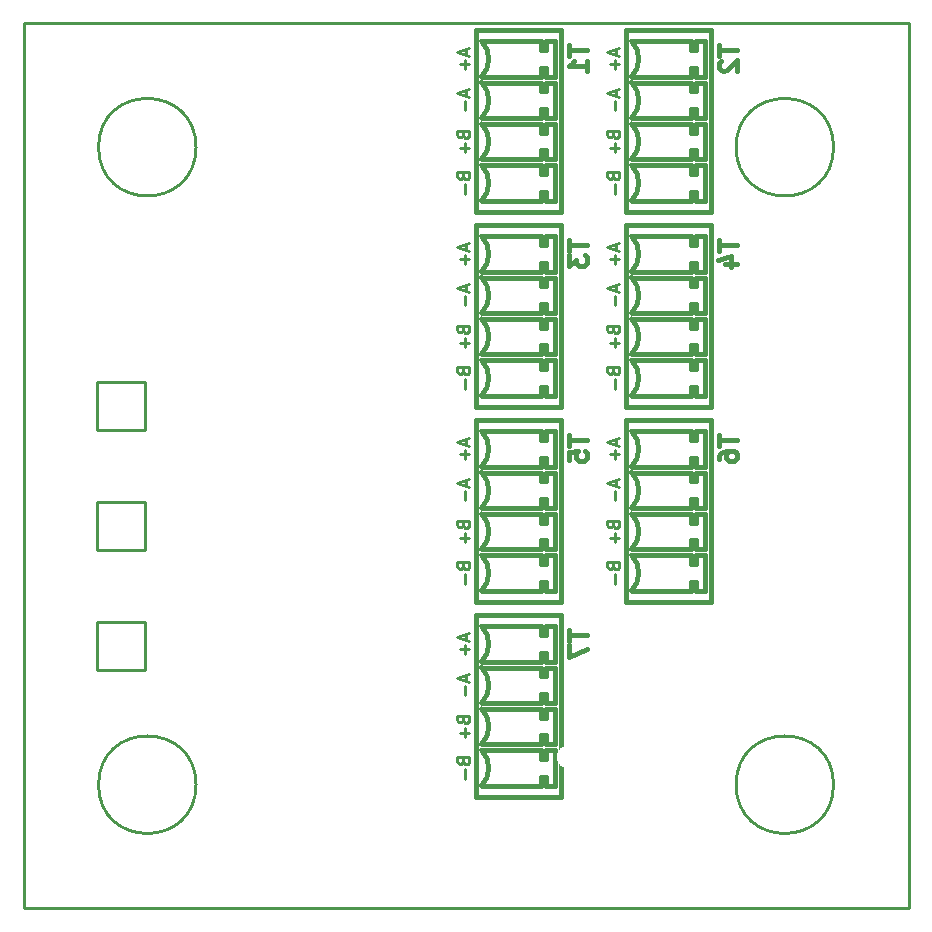
<source format=gbo>
G04 #@! TF.GenerationSoftware,KiCad,Pcbnew,6.0.0-rc1-unknown-60a55d7~66~ubuntu18.04.1*
G04 #@! TF.CreationDate,2018-08-22T13:35:30-04:00*
G04 #@! TF.ProjectId,ethoscope_stepper_controller_3x3,6574686F73636F70655F737465707065,1.0*
G04 #@! TF.SameCoordinates,Original*
G04 #@! TF.FileFunction,Legend,Bot*
G04 #@! TF.FilePolarity,Positive*
%FSLAX46Y46*%
G04 Gerber Fmt 4.6, Leading zero omitted, Abs format (unit mm)*
G04 Created by KiCad (PCBNEW 6.0.0-rc1-unknown-60a55d7~66~ubuntu18.04.1) date Wed Aug 22 13:35:30 2018*
%MOMM*%
%LPD*%
G01*
G04 APERTURE LIST*
%ADD10C,0.228600*%
%ADD11C,0.381000*%
%ADD12C,0.250000*%
%ADD13C,0.254000*%
%ADD14C,1.900000*%
%ADD15C,4.500000*%
%ADD16C,2.340000*%
%ADD17O,2.540000X1.524000*%
%ADD18R,2.540000X1.524000*%
%ADD19R,2.525000X2.525000*%
%ADD20C,3.556000*%
%ADD21R,3.475000X3.475000*%
G04 APERTURE END LIST*
D10*
X189865000Y-64135000D02*
X189865000Y-139065000D01*
X114935000Y-64135000D02*
X114935000Y-139065000D01*
X114935000Y-64135000D02*
X189865000Y-64135000D01*
X114935000Y-139065000D02*
X189865000Y-139065000D01*
D11*
G04 #@! TO.C,T1*
X158710000Y-79140000D02*
X158710000Y-78390000D01*
X158710000Y-78390000D02*
X159210000Y-78390000D01*
X159210000Y-78390000D02*
X159210000Y-79140000D01*
X159210000Y-79140000D02*
X159960000Y-79140000D01*
X158710000Y-76140000D02*
X158710000Y-76890000D01*
X158710000Y-76890000D02*
X159210000Y-76890000D01*
X159210000Y-76890000D02*
X159210000Y-76140000D01*
X159210000Y-76140000D02*
X159960000Y-76140000D01*
X158710000Y-75640000D02*
X158710000Y-74890000D01*
X158710000Y-74890000D02*
X159210000Y-74890000D01*
X159210000Y-74890000D02*
X159210000Y-75640000D01*
X159210000Y-75640000D02*
X159960000Y-75640000D01*
X158710000Y-72640000D02*
X158710000Y-73390000D01*
X158710000Y-73390000D02*
X159210000Y-73390000D01*
X159210000Y-73390000D02*
X159210000Y-72640000D01*
X159210000Y-72640000D02*
X159960000Y-72640000D01*
X158710000Y-72140000D02*
X158710000Y-71390000D01*
X158710000Y-71390000D02*
X159210000Y-71390000D01*
X159210000Y-71390000D02*
X159210000Y-72140000D01*
X159210000Y-72140000D02*
X159960000Y-72140000D01*
X158710000Y-69140000D02*
X158710000Y-69890000D01*
X158710000Y-69890000D02*
X159210000Y-69890000D01*
X159210000Y-69890000D02*
X159210000Y-69140000D01*
X159210000Y-69140000D02*
X159960000Y-69140000D01*
X158710000Y-67890000D02*
X159210000Y-67890000D01*
X159210000Y-67890000D02*
X159210000Y-68640000D01*
X159210000Y-68640000D02*
X159960000Y-68640000D01*
X158710000Y-66390000D02*
X159210000Y-66390000D01*
X159210000Y-66390000D02*
X159210000Y-65640000D01*
X159210000Y-65640000D02*
X159960000Y-65640000D01*
X158710000Y-68640000D02*
X158710000Y-67890000D01*
X158710000Y-65640000D02*
X158710000Y-66390000D01*
X159960000Y-76140000D02*
X159960000Y-79140000D01*
X159960000Y-72640000D02*
X159960000Y-75640000D01*
X159960000Y-69140000D02*
X159960000Y-72140000D01*
X159960000Y-65640000D02*
X159960000Y-68640000D01*
X153710000Y-65640000D02*
G75*
G02X153710000Y-68640000I-1500000J-1500000D01*
G01*
X153710000Y-69140000D02*
G75*
G02X153710000Y-72140000I-1500000J-1500000D01*
G01*
X153710000Y-72640000D02*
G75*
G02X153710000Y-75640000I-1500000J-1500000D01*
G01*
X153710000Y-76140000D02*
G75*
G02X153710000Y-79140000I-1500000J-1500000D01*
G01*
X153710000Y-65640000D02*
X158710000Y-65640000D01*
X153710000Y-79140000D02*
X158710000Y-79140000D01*
X153710000Y-68640000D02*
X158710000Y-68640000D01*
X153710000Y-69140000D02*
X158710000Y-69140000D01*
X153710000Y-75640000D02*
X158710000Y-75640000D01*
X153710000Y-76140000D02*
X158710000Y-76140000D01*
X153710000Y-72140000D02*
X158710000Y-72140000D01*
X153710000Y-72640000D02*
X158710000Y-72640000D01*
X153210000Y-64690000D02*
X160460000Y-64690000D01*
X160460000Y-80090000D02*
X160460000Y-64690000D01*
X153210000Y-80090000D02*
X160460000Y-80090000D01*
X153210000Y-80090000D02*
X153210000Y-64690000D01*
G04 #@! TO.C,T2*
X171410000Y-79140000D02*
X171410000Y-78390000D01*
X171410000Y-78390000D02*
X171910000Y-78390000D01*
X171910000Y-78390000D02*
X171910000Y-79140000D01*
X171910000Y-79140000D02*
X172660000Y-79140000D01*
X171410000Y-76140000D02*
X171410000Y-76890000D01*
X171410000Y-76890000D02*
X171910000Y-76890000D01*
X171910000Y-76890000D02*
X171910000Y-76140000D01*
X171910000Y-76140000D02*
X172660000Y-76140000D01*
X171410000Y-75640000D02*
X171410000Y-74890000D01*
X171410000Y-74890000D02*
X171910000Y-74890000D01*
X171910000Y-74890000D02*
X171910000Y-75640000D01*
X171910000Y-75640000D02*
X172660000Y-75640000D01*
X171410000Y-72640000D02*
X171410000Y-73390000D01*
X171410000Y-73390000D02*
X171910000Y-73390000D01*
X171910000Y-73390000D02*
X171910000Y-72640000D01*
X171910000Y-72640000D02*
X172660000Y-72640000D01*
X171410000Y-72140000D02*
X171410000Y-71390000D01*
X171410000Y-71390000D02*
X171910000Y-71390000D01*
X171910000Y-71390000D02*
X171910000Y-72140000D01*
X171910000Y-72140000D02*
X172660000Y-72140000D01*
X171410000Y-69140000D02*
X171410000Y-69890000D01*
X171410000Y-69890000D02*
X171910000Y-69890000D01*
X171910000Y-69890000D02*
X171910000Y-69140000D01*
X171910000Y-69140000D02*
X172660000Y-69140000D01*
X171410000Y-67890000D02*
X171910000Y-67890000D01*
X171910000Y-67890000D02*
X171910000Y-68640000D01*
X171910000Y-68640000D02*
X172660000Y-68640000D01*
X171410000Y-66390000D02*
X171910000Y-66390000D01*
X171910000Y-66390000D02*
X171910000Y-65640000D01*
X171910000Y-65640000D02*
X172660000Y-65640000D01*
X171410000Y-68640000D02*
X171410000Y-67890000D01*
X171410000Y-65640000D02*
X171410000Y-66390000D01*
X172660000Y-76140000D02*
X172660000Y-79140000D01*
X172660000Y-72640000D02*
X172660000Y-75640000D01*
X172660000Y-69140000D02*
X172660000Y-72140000D01*
X172660000Y-65640000D02*
X172660000Y-68640000D01*
X166410000Y-65640000D02*
G75*
G02X166410000Y-68640000I-1500000J-1500000D01*
G01*
X166410000Y-69140000D02*
G75*
G02X166410000Y-72140000I-1500000J-1500000D01*
G01*
X166410000Y-72640000D02*
G75*
G02X166410000Y-75640000I-1500000J-1500000D01*
G01*
X166410000Y-76140000D02*
G75*
G02X166410000Y-79140000I-1500000J-1500000D01*
G01*
X166410000Y-65640000D02*
X171410000Y-65640000D01*
X166410000Y-79140000D02*
X171410000Y-79140000D01*
X166410000Y-68640000D02*
X171410000Y-68640000D01*
X166410000Y-69140000D02*
X171410000Y-69140000D01*
X166410000Y-75640000D02*
X171410000Y-75640000D01*
X166410000Y-76140000D02*
X171410000Y-76140000D01*
X166410000Y-72140000D02*
X171410000Y-72140000D01*
X166410000Y-72640000D02*
X171410000Y-72640000D01*
X165910000Y-64690000D02*
X173160000Y-64690000D01*
X173160000Y-80090000D02*
X173160000Y-64690000D01*
X165910000Y-80090000D02*
X173160000Y-80090000D01*
X165910000Y-80090000D02*
X165910000Y-64690000D01*
G04 #@! TO.C,T3*
X158710000Y-95650000D02*
X158710000Y-94900000D01*
X158710000Y-94900000D02*
X159210000Y-94900000D01*
X159210000Y-94900000D02*
X159210000Y-95650000D01*
X159210000Y-95650000D02*
X159960000Y-95650000D01*
X158710000Y-92650000D02*
X158710000Y-93400000D01*
X158710000Y-93400000D02*
X159210000Y-93400000D01*
X159210000Y-93400000D02*
X159210000Y-92650000D01*
X159210000Y-92650000D02*
X159960000Y-92650000D01*
X158710000Y-92150000D02*
X158710000Y-91400000D01*
X158710000Y-91400000D02*
X159210000Y-91400000D01*
X159210000Y-91400000D02*
X159210000Y-92150000D01*
X159210000Y-92150000D02*
X159960000Y-92150000D01*
X158710000Y-89150000D02*
X158710000Y-89900000D01*
X158710000Y-89900000D02*
X159210000Y-89900000D01*
X159210000Y-89900000D02*
X159210000Y-89150000D01*
X159210000Y-89150000D02*
X159960000Y-89150000D01*
X158710000Y-88650000D02*
X158710000Y-87900000D01*
X158710000Y-87900000D02*
X159210000Y-87900000D01*
X159210000Y-87900000D02*
X159210000Y-88650000D01*
X159210000Y-88650000D02*
X159960000Y-88650000D01*
X158710000Y-85650000D02*
X158710000Y-86400000D01*
X158710000Y-86400000D02*
X159210000Y-86400000D01*
X159210000Y-86400000D02*
X159210000Y-85650000D01*
X159210000Y-85650000D02*
X159960000Y-85650000D01*
X158710000Y-84400000D02*
X159210000Y-84400000D01*
X159210000Y-84400000D02*
X159210000Y-85150000D01*
X159210000Y-85150000D02*
X159960000Y-85150000D01*
X158710000Y-82900000D02*
X159210000Y-82900000D01*
X159210000Y-82900000D02*
X159210000Y-82150000D01*
X159210000Y-82150000D02*
X159960000Y-82150000D01*
X158710000Y-85150000D02*
X158710000Y-84400000D01*
X158710000Y-82150000D02*
X158710000Y-82900000D01*
X159960000Y-92650000D02*
X159960000Y-95650000D01*
X159960000Y-89150000D02*
X159960000Y-92150000D01*
X159960000Y-85650000D02*
X159960000Y-88650000D01*
X159960000Y-82150000D02*
X159960000Y-85150000D01*
X153710000Y-82150000D02*
G75*
G02X153710000Y-85150000I-1500000J-1500000D01*
G01*
X153710000Y-85650000D02*
G75*
G02X153710000Y-88650000I-1500000J-1500000D01*
G01*
X153710000Y-89150000D02*
G75*
G02X153710000Y-92150000I-1500000J-1500000D01*
G01*
X153710000Y-92650000D02*
G75*
G02X153710000Y-95650000I-1500000J-1500000D01*
G01*
X153710000Y-82150000D02*
X158710000Y-82150000D01*
X153710000Y-95650000D02*
X158710000Y-95650000D01*
X153710000Y-85150000D02*
X158710000Y-85150000D01*
X153710000Y-85650000D02*
X158710000Y-85650000D01*
X153710000Y-92150000D02*
X158710000Y-92150000D01*
X153710000Y-92650000D02*
X158710000Y-92650000D01*
X153710000Y-88650000D02*
X158710000Y-88650000D01*
X153710000Y-89150000D02*
X158710000Y-89150000D01*
X153210000Y-81200000D02*
X160460000Y-81200000D01*
X160460000Y-96600000D02*
X160460000Y-81200000D01*
X153210000Y-96600000D02*
X160460000Y-96600000D01*
X153210000Y-96600000D02*
X153210000Y-81200000D01*
G04 #@! TO.C,T4*
X171410000Y-95650000D02*
X171410000Y-94900000D01*
X171410000Y-94900000D02*
X171910000Y-94900000D01*
X171910000Y-94900000D02*
X171910000Y-95650000D01*
X171910000Y-95650000D02*
X172660000Y-95650000D01*
X171410000Y-92650000D02*
X171410000Y-93400000D01*
X171410000Y-93400000D02*
X171910000Y-93400000D01*
X171910000Y-93400000D02*
X171910000Y-92650000D01*
X171910000Y-92650000D02*
X172660000Y-92650000D01*
X171410000Y-92150000D02*
X171410000Y-91400000D01*
X171410000Y-91400000D02*
X171910000Y-91400000D01*
X171910000Y-91400000D02*
X171910000Y-92150000D01*
X171910000Y-92150000D02*
X172660000Y-92150000D01*
X171410000Y-89150000D02*
X171410000Y-89900000D01*
X171410000Y-89900000D02*
X171910000Y-89900000D01*
X171910000Y-89900000D02*
X171910000Y-89150000D01*
X171910000Y-89150000D02*
X172660000Y-89150000D01*
X171410000Y-88650000D02*
X171410000Y-87900000D01*
X171410000Y-87900000D02*
X171910000Y-87900000D01*
X171910000Y-87900000D02*
X171910000Y-88650000D01*
X171910000Y-88650000D02*
X172660000Y-88650000D01*
X171410000Y-85650000D02*
X171410000Y-86400000D01*
X171410000Y-86400000D02*
X171910000Y-86400000D01*
X171910000Y-86400000D02*
X171910000Y-85650000D01*
X171910000Y-85650000D02*
X172660000Y-85650000D01*
X171410000Y-84400000D02*
X171910000Y-84400000D01*
X171910000Y-84400000D02*
X171910000Y-85150000D01*
X171910000Y-85150000D02*
X172660000Y-85150000D01*
X171410000Y-82900000D02*
X171910000Y-82900000D01*
X171910000Y-82900000D02*
X171910000Y-82150000D01*
X171910000Y-82150000D02*
X172660000Y-82150000D01*
X171410000Y-85150000D02*
X171410000Y-84400000D01*
X171410000Y-82150000D02*
X171410000Y-82900000D01*
X172660000Y-92650000D02*
X172660000Y-95650000D01*
X172660000Y-89150000D02*
X172660000Y-92150000D01*
X172660000Y-85650000D02*
X172660000Y-88650000D01*
X172660000Y-82150000D02*
X172660000Y-85150000D01*
X166410000Y-82150000D02*
G75*
G02X166410000Y-85150000I-1500000J-1500000D01*
G01*
X166410000Y-85650000D02*
G75*
G02X166410000Y-88650000I-1500000J-1500000D01*
G01*
X166410000Y-89150000D02*
G75*
G02X166410000Y-92150000I-1500000J-1500000D01*
G01*
X166410000Y-92650000D02*
G75*
G02X166410000Y-95650000I-1500000J-1500000D01*
G01*
X166410000Y-82150000D02*
X171410000Y-82150000D01*
X166410000Y-95650000D02*
X171410000Y-95650000D01*
X166410000Y-85150000D02*
X171410000Y-85150000D01*
X166410000Y-85650000D02*
X171410000Y-85650000D01*
X166410000Y-92150000D02*
X171410000Y-92150000D01*
X166410000Y-92650000D02*
X171410000Y-92650000D01*
X166410000Y-88650000D02*
X171410000Y-88650000D01*
X166410000Y-89150000D02*
X171410000Y-89150000D01*
X165910000Y-81200000D02*
X173160000Y-81200000D01*
X173160000Y-96600000D02*
X173160000Y-81200000D01*
X165910000Y-96600000D02*
X173160000Y-96600000D01*
X165910000Y-96600000D02*
X165910000Y-81200000D01*
G04 #@! TO.C,T5*
X158710000Y-112160000D02*
X158710000Y-111410000D01*
X158710000Y-111410000D02*
X159210000Y-111410000D01*
X159210000Y-111410000D02*
X159210000Y-112160000D01*
X159210000Y-112160000D02*
X159960000Y-112160000D01*
X158710000Y-109160000D02*
X158710000Y-109910000D01*
X158710000Y-109910000D02*
X159210000Y-109910000D01*
X159210000Y-109910000D02*
X159210000Y-109160000D01*
X159210000Y-109160000D02*
X159960000Y-109160000D01*
X158710000Y-108660000D02*
X158710000Y-107910000D01*
X158710000Y-107910000D02*
X159210000Y-107910000D01*
X159210000Y-107910000D02*
X159210000Y-108660000D01*
X159210000Y-108660000D02*
X159960000Y-108660000D01*
X158710000Y-105660000D02*
X158710000Y-106410000D01*
X158710000Y-106410000D02*
X159210000Y-106410000D01*
X159210000Y-106410000D02*
X159210000Y-105660000D01*
X159210000Y-105660000D02*
X159960000Y-105660000D01*
X158710000Y-105160000D02*
X158710000Y-104410000D01*
X158710000Y-104410000D02*
X159210000Y-104410000D01*
X159210000Y-104410000D02*
X159210000Y-105160000D01*
X159210000Y-105160000D02*
X159960000Y-105160000D01*
X158710000Y-102160000D02*
X158710000Y-102910000D01*
X158710000Y-102910000D02*
X159210000Y-102910000D01*
X159210000Y-102910000D02*
X159210000Y-102160000D01*
X159210000Y-102160000D02*
X159960000Y-102160000D01*
X158710000Y-100910000D02*
X159210000Y-100910000D01*
X159210000Y-100910000D02*
X159210000Y-101660000D01*
X159210000Y-101660000D02*
X159960000Y-101660000D01*
X158710000Y-99410000D02*
X159210000Y-99410000D01*
X159210000Y-99410000D02*
X159210000Y-98660000D01*
X159210000Y-98660000D02*
X159960000Y-98660000D01*
X158710000Y-101660000D02*
X158710000Y-100910000D01*
X158710000Y-98660000D02*
X158710000Y-99410000D01*
X159960000Y-109160000D02*
X159960000Y-112160000D01*
X159960000Y-105660000D02*
X159960000Y-108660000D01*
X159960000Y-102160000D02*
X159960000Y-105160000D01*
X159960000Y-98660000D02*
X159960000Y-101660000D01*
X153710000Y-98660000D02*
G75*
G02X153710000Y-101660000I-1500000J-1500000D01*
G01*
X153710000Y-102160000D02*
G75*
G02X153710000Y-105160000I-1500000J-1500000D01*
G01*
X153710000Y-105660000D02*
G75*
G02X153710000Y-108660000I-1500000J-1500000D01*
G01*
X153710000Y-109160000D02*
G75*
G02X153710000Y-112160000I-1500000J-1500000D01*
G01*
X153710000Y-98660000D02*
X158710000Y-98660000D01*
X153710000Y-112160000D02*
X158710000Y-112160000D01*
X153710000Y-101660000D02*
X158710000Y-101660000D01*
X153710000Y-102160000D02*
X158710000Y-102160000D01*
X153710000Y-108660000D02*
X158710000Y-108660000D01*
X153710000Y-109160000D02*
X158710000Y-109160000D01*
X153710000Y-105160000D02*
X158710000Y-105160000D01*
X153710000Y-105660000D02*
X158710000Y-105660000D01*
X153210000Y-97710000D02*
X160460000Y-97710000D01*
X160460000Y-113110000D02*
X160460000Y-97710000D01*
X153210000Y-113110000D02*
X160460000Y-113110000D01*
X153210000Y-113110000D02*
X153210000Y-97710000D01*
G04 #@! TO.C,T6*
X171410000Y-112160000D02*
X171410000Y-111410000D01*
X171410000Y-111410000D02*
X171910000Y-111410000D01*
X171910000Y-111410000D02*
X171910000Y-112160000D01*
X171910000Y-112160000D02*
X172660000Y-112160000D01*
X171410000Y-109160000D02*
X171410000Y-109910000D01*
X171410000Y-109910000D02*
X171910000Y-109910000D01*
X171910000Y-109910000D02*
X171910000Y-109160000D01*
X171910000Y-109160000D02*
X172660000Y-109160000D01*
X171410000Y-108660000D02*
X171410000Y-107910000D01*
X171410000Y-107910000D02*
X171910000Y-107910000D01*
X171910000Y-107910000D02*
X171910000Y-108660000D01*
X171910000Y-108660000D02*
X172660000Y-108660000D01*
X171410000Y-105660000D02*
X171410000Y-106410000D01*
X171410000Y-106410000D02*
X171910000Y-106410000D01*
X171910000Y-106410000D02*
X171910000Y-105660000D01*
X171910000Y-105660000D02*
X172660000Y-105660000D01*
X171410000Y-105160000D02*
X171410000Y-104410000D01*
X171410000Y-104410000D02*
X171910000Y-104410000D01*
X171910000Y-104410000D02*
X171910000Y-105160000D01*
X171910000Y-105160000D02*
X172660000Y-105160000D01*
X171410000Y-102160000D02*
X171410000Y-102910000D01*
X171410000Y-102910000D02*
X171910000Y-102910000D01*
X171910000Y-102910000D02*
X171910000Y-102160000D01*
X171910000Y-102160000D02*
X172660000Y-102160000D01*
X171410000Y-100910000D02*
X171910000Y-100910000D01*
X171910000Y-100910000D02*
X171910000Y-101660000D01*
X171910000Y-101660000D02*
X172660000Y-101660000D01*
X171410000Y-99410000D02*
X171910000Y-99410000D01*
X171910000Y-99410000D02*
X171910000Y-98660000D01*
X171910000Y-98660000D02*
X172660000Y-98660000D01*
X171410000Y-101660000D02*
X171410000Y-100910000D01*
X171410000Y-98660000D02*
X171410000Y-99410000D01*
X172660000Y-109160000D02*
X172660000Y-112160000D01*
X172660000Y-105660000D02*
X172660000Y-108660000D01*
X172660000Y-102160000D02*
X172660000Y-105160000D01*
X172660000Y-98660000D02*
X172660000Y-101660000D01*
X166410000Y-98660000D02*
G75*
G02X166410000Y-101660000I-1500000J-1500000D01*
G01*
X166410000Y-102160000D02*
G75*
G02X166410000Y-105160000I-1500000J-1500000D01*
G01*
X166410000Y-105660000D02*
G75*
G02X166410000Y-108660000I-1500000J-1500000D01*
G01*
X166410000Y-109160000D02*
G75*
G02X166410000Y-112160000I-1500000J-1500000D01*
G01*
X166410000Y-98660000D02*
X171410000Y-98660000D01*
X166410000Y-112160000D02*
X171410000Y-112160000D01*
X166410000Y-101660000D02*
X171410000Y-101660000D01*
X166410000Y-102160000D02*
X171410000Y-102160000D01*
X166410000Y-108660000D02*
X171410000Y-108660000D01*
X166410000Y-109160000D02*
X171410000Y-109160000D01*
X166410000Y-105160000D02*
X171410000Y-105160000D01*
X166410000Y-105660000D02*
X171410000Y-105660000D01*
X165910000Y-97710000D02*
X173160000Y-97710000D01*
X173160000Y-113110000D02*
X173160000Y-97710000D01*
X165910000Y-113110000D02*
X173160000Y-113110000D01*
X165910000Y-113110000D02*
X165910000Y-97710000D01*
G04 #@! TO.C,T7*
X158710000Y-128670000D02*
X158710000Y-127920000D01*
X158710000Y-127920000D02*
X159210000Y-127920000D01*
X159210000Y-127920000D02*
X159210000Y-128670000D01*
X159210000Y-128670000D02*
X159960000Y-128670000D01*
X158710000Y-125670000D02*
X158710000Y-126420000D01*
X158710000Y-126420000D02*
X159210000Y-126420000D01*
X159210000Y-126420000D02*
X159210000Y-125670000D01*
X159210000Y-125670000D02*
X159960000Y-125670000D01*
X158710000Y-125170000D02*
X158710000Y-124420000D01*
X158710000Y-124420000D02*
X159210000Y-124420000D01*
X159210000Y-124420000D02*
X159210000Y-125170000D01*
X159210000Y-125170000D02*
X159960000Y-125170000D01*
X158710000Y-122170000D02*
X158710000Y-122920000D01*
X158710000Y-122920000D02*
X159210000Y-122920000D01*
X159210000Y-122920000D02*
X159210000Y-122170000D01*
X159210000Y-122170000D02*
X159960000Y-122170000D01*
X158710000Y-121670000D02*
X158710000Y-120920000D01*
X158710000Y-120920000D02*
X159210000Y-120920000D01*
X159210000Y-120920000D02*
X159210000Y-121670000D01*
X159210000Y-121670000D02*
X159960000Y-121670000D01*
X158710000Y-118670000D02*
X158710000Y-119420000D01*
X158710000Y-119420000D02*
X159210000Y-119420000D01*
X159210000Y-119420000D02*
X159210000Y-118670000D01*
X159210000Y-118670000D02*
X159960000Y-118670000D01*
X158710000Y-117420000D02*
X159210000Y-117420000D01*
X159210000Y-117420000D02*
X159210000Y-118170000D01*
X159210000Y-118170000D02*
X159960000Y-118170000D01*
X158710000Y-115920000D02*
X159210000Y-115920000D01*
X159210000Y-115920000D02*
X159210000Y-115170000D01*
X159210000Y-115170000D02*
X159960000Y-115170000D01*
X158710000Y-118170000D02*
X158710000Y-117420000D01*
X158710000Y-115170000D02*
X158710000Y-115920000D01*
X159960000Y-125670000D02*
X159960000Y-128670000D01*
X159960000Y-122170000D02*
X159960000Y-125170000D01*
X159960000Y-118670000D02*
X159960000Y-121670000D01*
X159960000Y-115170000D02*
X159960000Y-118170000D01*
X153710000Y-115170000D02*
G75*
G02X153710000Y-118170000I-1500000J-1500000D01*
G01*
X153710000Y-118670000D02*
G75*
G02X153710000Y-121670000I-1500000J-1500000D01*
G01*
X153710000Y-122170000D02*
G75*
G02X153710000Y-125170000I-1500000J-1500000D01*
G01*
X153710000Y-125670000D02*
G75*
G02X153710000Y-128670000I-1500000J-1500000D01*
G01*
X153710000Y-115170000D02*
X158710000Y-115170000D01*
X153710000Y-128670000D02*
X158710000Y-128670000D01*
X153710000Y-118170000D02*
X158710000Y-118170000D01*
X153710000Y-118670000D02*
X158710000Y-118670000D01*
X153710000Y-125170000D02*
X158710000Y-125170000D01*
X153710000Y-125670000D02*
X158710000Y-125670000D01*
X153710000Y-121670000D02*
X158710000Y-121670000D01*
X153710000Y-122170000D02*
X158710000Y-122170000D01*
X153210000Y-114220000D02*
X160460000Y-114220000D01*
X160460000Y-129620000D02*
X160460000Y-114220000D01*
X153210000Y-129620000D02*
X160460000Y-129620000D01*
X153210000Y-129620000D02*
X153210000Y-114220000D01*
D10*
G04 #@! TO.C,MH1*
X183515500Y-128588000D02*
G75*
G03X183515500Y-128588000I-4127500J0D01*
G01*
G04 #@! TO.C,MH2*
X129539500Y-128588000D02*
G75*
G03X129539500Y-128588000I-4127500J0D01*
G01*
G04 #@! TO.C,MH3*
X129539500Y-74612500D02*
G75*
G03X129539500Y-74612500I-4127500J0D01*
G01*
G04 #@! TO.C,MH4*
X183515500Y-74612500D02*
G75*
G03X183515500Y-74612500I-4127500J0D01*
G01*
D12*
G04 #@! TO.C,U1*
X125190000Y-94520000D02*
X121190000Y-94520000D01*
X125190000Y-98520000D02*
X125190000Y-94520000D01*
X121190000Y-98520000D02*
X125190000Y-98520000D01*
X121190000Y-94520000D02*
X121190000Y-98520000D01*
G04 #@! TO.C,U6*
X125190000Y-104680000D02*
X121190000Y-104680000D01*
X125190000Y-108680000D02*
X125190000Y-104680000D01*
X121190000Y-108680000D02*
X125190000Y-108680000D01*
X121190000Y-104680000D02*
X121190000Y-108680000D01*
G04 #@! TO.C,U11*
X125190000Y-114840000D02*
X121190000Y-114840000D01*
X125190000Y-118840000D02*
X125190000Y-114840000D01*
X121190000Y-118840000D02*
X125190000Y-118840000D01*
X121190000Y-114840000D02*
X121190000Y-118840000D01*
G04 #@! TD*
G04 #@! TO.C,T1*
D11*
X161125428Y-65978857D02*
X161125428Y-66849714D01*
X162649428Y-66414285D02*
X161125428Y-66414285D01*
X162649428Y-68156000D02*
X162649428Y-67285142D01*
X162649428Y-67720571D02*
X161125428Y-67720571D01*
X161343142Y-67575428D01*
X161488285Y-67430285D01*
X161560857Y-67285142D01*
D13*
X152379333Y-66269142D02*
X152379333Y-66752952D01*
X152669619Y-66172380D02*
X151653619Y-66511047D01*
X152669619Y-66849714D01*
X152282571Y-67188380D02*
X152282571Y-67962476D01*
X152669619Y-67575428D02*
X151895523Y-67575428D01*
X152379333Y-69769142D02*
X152379333Y-70252952D01*
X152669619Y-69672380D02*
X151653619Y-70011047D01*
X152669619Y-70349714D01*
X152282571Y-70688380D02*
X152282571Y-71462476D01*
X152137428Y-73583619D02*
X152185809Y-73728761D01*
X152234190Y-73777142D01*
X152330952Y-73825523D01*
X152476095Y-73825523D01*
X152572857Y-73777142D01*
X152621238Y-73728761D01*
X152669619Y-73632000D01*
X152669619Y-73244952D01*
X151653619Y-73244952D01*
X151653619Y-73583619D01*
X151702000Y-73680380D01*
X151750380Y-73728761D01*
X151847142Y-73777142D01*
X151943904Y-73777142D01*
X152040666Y-73728761D01*
X152089047Y-73680380D01*
X152137428Y-73583619D01*
X152137428Y-73244952D01*
X152282571Y-74260952D02*
X152282571Y-75035047D01*
X152669619Y-74648000D02*
X151895523Y-74648000D01*
X152137428Y-77083619D02*
X152185809Y-77228761D01*
X152234190Y-77277142D01*
X152330952Y-77325523D01*
X152476095Y-77325523D01*
X152572857Y-77277142D01*
X152621238Y-77228761D01*
X152669619Y-77132000D01*
X152669619Y-76744952D01*
X151653619Y-76744952D01*
X151653619Y-77083619D01*
X151702000Y-77180380D01*
X151750380Y-77228761D01*
X151847142Y-77277142D01*
X151943904Y-77277142D01*
X152040666Y-77228761D01*
X152089047Y-77180380D01*
X152137428Y-77083619D01*
X152137428Y-76744952D01*
X152282571Y-77760952D02*
X152282571Y-78535047D01*
G04 #@! TO.C,T2*
D11*
X173825428Y-65978857D02*
X173825428Y-66849714D01*
X175349428Y-66414285D02*
X173825428Y-66414285D01*
X173970571Y-67285142D02*
X173898000Y-67357714D01*
X173825428Y-67502857D01*
X173825428Y-67865714D01*
X173898000Y-68010857D01*
X173970571Y-68083428D01*
X174115714Y-68156000D01*
X174260857Y-68156000D01*
X174478571Y-68083428D01*
X175349428Y-67212571D01*
X175349428Y-68156000D01*
D13*
X165079333Y-66269142D02*
X165079333Y-66752952D01*
X165369619Y-66172380D02*
X164353619Y-66511047D01*
X165369619Y-66849714D01*
X164982571Y-67188380D02*
X164982571Y-67962476D01*
X165369619Y-67575428D02*
X164595523Y-67575428D01*
X165079333Y-69769142D02*
X165079333Y-70252952D01*
X165369619Y-69672380D02*
X164353619Y-70011047D01*
X165369619Y-70349714D01*
X164982571Y-70688380D02*
X164982571Y-71462476D01*
X164837428Y-73583619D02*
X164885809Y-73728761D01*
X164934190Y-73777142D01*
X165030952Y-73825523D01*
X165176095Y-73825523D01*
X165272857Y-73777142D01*
X165321238Y-73728761D01*
X165369619Y-73632000D01*
X165369619Y-73244952D01*
X164353619Y-73244952D01*
X164353619Y-73583619D01*
X164402000Y-73680380D01*
X164450380Y-73728761D01*
X164547142Y-73777142D01*
X164643904Y-73777142D01*
X164740666Y-73728761D01*
X164789047Y-73680380D01*
X164837428Y-73583619D01*
X164837428Y-73244952D01*
X164982571Y-74260952D02*
X164982571Y-75035047D01*
X165369619Y-74648000D02*
X164595523Y-74648000D01*
X164837428Y-77083619D02*
X164885809Y-77228761D01*
X164934190Y-77277142D01*
X165030952Y-77325523D01*
X165176095Y-77325523D01*
X165272857Y-77277142D01*
X165321238Y-77228761D01*
X165369619Y-77132000D01*
X165369619Y-76744952D01*
X164353619Y-76744952D01*
X164353619Y-77083619D01*
X164402000Y-77180380D01*
X164450380Y-77228761D01*
X164547142Y-77277142D01*
X164643904Y-77277142D01*
X164740666Y-77228761D01*
X164789047Y-77180380D01*
X164837428Y-77083619D01*
X164837428Y-76744952D01*
X164982571Y-77760952D02*
X164982571Y-78535047D01*
G04 #@! TO.C,T3*
D11*
X161125428Y-82488857D02*
X161125428Y-83359714D01*
X162649428Y-82924285D02*
X161125428Y-82924285D01*
X161125428Y-83722571D02*
X161125428Y-84666000D01*
X161706000Y-84158000D01*
X161706000Y-84375714D01*
X161778571Y-84520857D01*
X161851142Y-84593428D01*
X161996285Y-84666000D01*
X162359142Y-84666000D01*
X162504285Y-84593428D01*
X162576857Y-84520857D01*
X162649428Y-84375714D01*
X162649428Y-83940285D01*
X162576857Y-83795142D01*
X162504285Y-83722571D01*
D13*
X152379333Y-82779142D02*
X152379333Y-83262952D01*
X152669619Y-82682380D02*
X151653619Y-83021047D01*
X152669619Y-83359714D01*
X152282571Y-83698380D02*
X152282571Y-84472476D01*
X152669619Y-84085428D02*
X151895523Y-84085428D01*
X152379333Y-86279142D02*
X152379333Y-86762952D01*
X152669619Y-86182380D02*
X151653619Y-86521047D01*
X152669619Y-86859714D01*
X152282571Y-87198380D02*
X152282571Y-87972476D01*
X152137428Y-90093619D02*
X152185809Y-90238761D01*
X152234190Y-90287142D01*
X152330952Y-90335523D01*
X152476095Y-90335523D01*
X152572857Y-90287142D01*
X152621238Y-90238761D01*
X152669619Y-90142000D01*
X152669619Y-89754952D01*
X151653619Y-89754952D01*
X151653619Y-90093619D01*
X151702000Y-90190380D01*
X151750380Y-90238761D01*
X151847142Y-90287142D01*
X151943904Y-90287142D01*
X152040666Y-90238761D01*
X152089047Y-90190380D01*
X152137428Y-90093619D01*
X152137428Y-89754952D01*
X152282571Y-90770952D02*
X152282571Y-91545047D01*
X152669619Y-91158000D02*
X151895523Y-91158000D01*
X152137428Y-93593619D02*
X152185809Y-93738761D01*
X152234190Y-93787142D01*
X152330952Y-93835523D01*
X152476095Y-93835523D01*
X152572857Y-93787142D01*
X152621238Y-93738761D01*
X152669619Y-93642000D01*
X152669619Y-93254952D01*
X151653619Y-93254952D01*
X151653619Y-93593619D01*
X151702000Y-93690380D01*
X151750380Y-93738761D01*
X151847142Y-93787142D01*
X151943904Y-93787142D01*
X152040666Y-93738761D01*
X152089047Y-93690380D01*
X152137428Y-93593619D01*
X152137428Y-93254952D01*
X152282571Y-94270952D02*
X152282571Y-95045047D01*
G04 #@! TO.C,T4*
D11*
X173825428Y-82488857D02*
X173825428Y-83359714D01*
X175349428Y-82924285D02*
X173825428Y-82924285D01*
X174333428Y-84520857D02*
X175349428Y-84520857D01*
X173752857Y-84158000D02*
X174841428Y-83795142D01*
X174841428Y-84738571D01*
D13*
X165079333Y-82779142D02*
X165079333Y-83262952D01*
X165369619Y-82682380D02*
X164353619Y-83021047D01*
X165369619Y-83359714D01*
X164982571Y-83698380D02*
X164982571Y-84472476D01*
X165369619Y-84085428D02*
X164595523Y-84085428D01*
X165079333Y-86279142D02*
X165079333Y-86762952D01*
X165369619Y-86182380D02*
X164353619Y-86521047D01*
X165369619Y-86859714D01*
X164982571Y-87198380D02*
X164982571Y-87972476D01*
X164837428Y-90093619D02*
X164885809Y-90238761D01*
X164934190Y-90287142D01*
X165030952Y-90335523D01*
X165176095Y-90335523D01*
X165272857Y-90287142D01*
X165321238Y-90238761D01*
X165369619Y-90142000D01*
X165369619Y-89754952D01*
X164353619Y-89754952D01*
X164353619Y-90093619D01*
X164402000Y-90190380D01*
X164450380Y-90238761D01*
X164547142Y-90287142D01*
X164643904Y-90287142D01*
X164740666Y-90238761D01*
X164789047Y-90190380D01*
X164837428Y-90093619D01*
X164837428Y-89754952D01*
X164982571Y-90770952D02*
X164982571Y-91545047D01*
X165369619Y-91158000D02*
X164595523Y-91158000D01*
X164837428Y-93593619D02*
X164885809Y-93738761D01*
X164934190Y-93787142D01*
X165030952Y-93835523D01*
X165176095Y-93835523D01*
X165272857Y-93787142D01*
X165321238Y-93738761D01*
X165369619Y-93642000D01*
X165369619Y-93254952D01*
X164353619Y-93254952D01*
X164353619Y-93593619D01*
X164402000Y-93690380D01*
X164450380Y-93738761D01*
X164547142Y-93787142D01*
X164643904Y-93787142D01*
X164740666Y-93738761D01*
X164789047Y-93690380D01*
X164837428Y-93593619D01*
X164837428Y-93254952D01*
X164982571Y-94270952D02*
X164982571Y-95045047D01*
G04 #@! TO.C,T5*
D11*
X161125428Y-98998857D02*
X161125428Y-99869714D01*
X162649428Y-99434285D02*
X161125428Y-99434285D01*
X161125428Y-101103428D02*
X161125428Y-100377714D01*
X161851142Y-100305142D01*
X161778571Y-100377714D01*
X161706000Y-100522857D01*
X161706000Y-100885714D01*
X161778571Y-101030857D01*
X161851142Y-101103428D01*
X161996285Y-101176000D01*
X162359142Y-101176000D01*
X162504285Y-101103428D01*
X162576857Y-101030857D01*
X162649428Y-100885714D01*
X162649428Y-100522857D01*
X162576857Y-100377714D01*
X162504285Y-100305142D01*
D13*
X152379333Y-99289142D02*
X152379333Y-99772952D01*
X152669619Y-99192380D02*
X151653619Y-99531047D01*
X152669619Y-99869714D01*
X152282571Y-100208380D02*
X152282571Y-100982476D01*
X152669619Y-100595428D02*
X151895523Y-100595428D01*
X152379333Y-102789142D02*
X152379333Y-103272952D01*
X152669619Y-102692380D02*
X151653619Y-103031047D01*
X152669619Y-103369714D01*
X152282571Y-103708380D02*
X152282571Y-104482476D01*
X152137428Y-106603619D02*
X152185809Y-106748761D01*
X152234190Y-106797142D01*
X152330952Y-106845523D01*
X152476095Y-106845523D01*
X152572857Y-106797142D01*
X152621238Y-106748761D01*
X152669619Y-106652000D01*
X152669619Y-106264952D01*
X151653619Y-106264952D01*
X151653619Y-106603619D01*
X151702000Y-106700380D01*
X151750380Y-106748761D01*
X151847142Y-106797142D01*
X151943904Y-106797142D01*
X152040666Y-106748761D01*
X152089047Y-106700380D01*
X152137428Y-106603619D01*
X152137428Y-106264952D01*
X152282571Y-107280952D02*
X152282571Y-108055047D01*
X152669619Y-107668000D02*
X151895523Y-107668000D01*
X152137428Y-110103619D02*
X152185809Y-110248761D01*
X152234190Y-110297142D01*
X152330952Y-110345523D01*
X152476095Y-110345523D01*
X152572857Y-110297142D01*
X152621238Y-110248761D01*
X152669619Y-110152000D01*
X152669619Y-109764952D01*
X151653619Y-109764952D01*
X151653619Y-110103619D01*
X151702000Y-110200380D01*
X151750380Y-110248761D01*
X151847142Y-110297142D01*
X151943904Y-110297142D01*
X152040666Y-110248761D01*
X152089047Y-110200380D01*
X152137428Y-110103619D01*
X152137428Y-109764952D01*
X152282571Y-110780952D02*
X152282571Y-111555047D01*
G04 #@! TO.C,T6*
D11*
X173825428Y-98998857D02*
X173825428Y-99869714D01*
X175349428Y-99434285D02*
X173825428Y-99434285D01*
X173825428Y-101030857D02*
X173825428Y-100740571D01*
X173898000Y-100595428D01*
X173970571Y-100522857D01*
X174188285Y-100377714D01*
X174478571Y-100305142D01*
X175059142Y-100305142D01*
X175204285Y-100377714D01*
X175276857Y-100450285D01*
X175349428Y-100595428D01*
X175349428Y-100885714D01*
X175276857Y-101030857D01*
X175204285Y-101103428D01*
X175059142Y-101176000D01*
X174696285Y-101176000D01*
X174551142Y-101103428D01*
X174478571Y-101030857D01*
X174406000Y-100885714D01*
X174406000Y-100595428D01*
X174478571Y-100450285D01*
X174551142Y-100377714D01*
X174696285Y-100305142D01*
D13*
X165079333Y-99289142D02*
X165079333Y-99772952D01*
X165369619Y-99192380D02*
X164353619Y-99531047D01*
X165369619Y-99869714D01*
X164982571Y-100208380D02*
X164982571Y-100982476D01*
X165369619Y-100595428D02*
X164595523Y-100595428D01*
X165079333Y-102789142D02*
X165079333Y-103272952D01*
X165369619Y-102692380D02*
X164353619Y-103031047D01*
X165369619Y-103369714D01*
X164982571Y-103708380D02*
X164982571Y-104482476D01*
X164837428Y-106603619D02*
X164885809Y-106748761D01*
X164934190Y-106797142D01*
X165030952Y-106845523D01*
X165176095Y-106845523D01*
X165272857Y-106797142D01*
X165321238Y-106748761D01*
X165369619Y-106652000D01*
X165369619Y-106264952D01*
X164353619Y-106264952D01*
X164353619Y-106603619D01*
X164402000Y-106700380D01*
X164450380Y-106748761D01*
X164547142Y-106797142D01*
X164643904Y-106797142D01*
X164740666Y-106748761D01*
X164789047Y-106700380D01*
X164837428Y-106603619D01*
X164837428Y-106264952D01*
X164982571Y-107280952D02*
X164982571Y-108055047D01*
X165369619Y-107668000D02*
X164595523Y-107668000D01*
X164837428Y-110103619D02*
X164885809Y-110248761D01*
X164934190Y-110297142D01*
X165030952Y-110345523D01*
X165176095Y-110345523D01*
X165272857Y-110297142D01*
X165321238Y-110248761D01*
X165369619Y-110152000D01*
X165369619Y-109764952D01*
X164353619Y-109764952D01*
X164353619Y-110103619D01*
X164402000Y-110200380D01*
X164450380Y-110248761D01*
X164547142Y-110297142D01*
X164643904Y-110297142D01*
X164740666Y-110248761D01*
X164789047Y-110200380D01*
X164837428Y-110103619D01*
X164837428Y-109764952D01*
X164982571Y-110780952D02*
X164982571Y-111555047D01*
G04 #@! TO.C,T7*
D11*
X161125428Y-115508857D02*
X161125428Y-116379714D01*
X162649428Y-115944285D02*
X161125428Y-115944285D01*
X161125428Y-116742571D02*
X161125428Y-117758571D01*
X162649428Y-117105428D01*
D13*
X152379333Y-115799142D02*
X152379333Y-116282952D01*
X152669619Y-115702380D02*
X151653619Y-116041047D01*
X152669619Y-116379714D01*
X152282571Y-116718380D02*
X152282571Y-117492476D01*
X152669619Y-117105428D02*
X151895523Y-117105428D01*
X152379333Y-119299142D02*
X152379333Y-119782952D01*
X152669619Y-119202380D02*
X151653619Y-119541047D01*
X152669619Y-119879714D01*
X152282571Y-120218380D02*
X152282571Y-120992476D01*
X152137428Y-123113619D02*
X152185809Y-123258761D01*
X152234190Y-123307142D01*
X152330952Y-123355523D01*
X152476095Y-123355523D01*
X152572857Y-123307142D01*
X152621238Y-123258761D01*
X152669619Y-123162000D01*
X152669619Y-122774952D01*
X151653619Y-122774952D01*
X151653619Y-123113619D01*
X151702000Y-123210380D01*
X151750380Y-123258761D01*
X151847142Y-123307142D01*
X151943904Y-123307142D01*
X152040666Y-123258761D01*
X152089047Y-123210380D01*
X152137428Y-123113619D01*
X152137428Y-122774952D01*
X152282571Y-123790952D02*
X152282571Y-124565047D01*
X152669619Y-124178000D02*
X151895523Y-124178000D01*
X152137428Y-126613619D02*
X152185809Y-126758761D01*
X152234190Y-126807142D01*
X152330952Y-126855523D01*
X152476095Y-126855523D01*
X152572857Y-126807142D01*
X152621238Y-126758761D01*
X152669619Y-126662000D01*
X152669619Y-126274952D01*
X151653619Y-126274952D01*
X151653619Y-126613619D01*
X151702000Y-126710380D01*
X151750380Y-126758761D01*
X151847142Y-126807142D01*
X151943904Y-126807142D01*
X152040666Y-126758761D01*
X152089047Y-126710380D01*
X152137428Y-126613619D01*
X152137428Y-126274952D01*
X152282571Y-127290952D02*
X152282571Y-128065047D01*
G04 #@! TD*
%LPC*%
D14*
G04 #@! TO.C,P1*
X161000000Y-126270000D03*
X169200000Y-126270000D03*
D15*
X165100000Y-128270000D03*
G04 #@! TD*
D16*
G04 #@! TO.C,T1*
X156210000Y-67140000D03*
X156210000Y-77640000D03*
X156210000Y-74140000D03*
X156210000Y-70640000D03*
G04 #@! TD*
G04 #@! TO.C,T2*
X168910000Y-67140000D03*
X168910000Y-77640000D03*
X168910000Y-74140000D03*
X168910000Y-70640000D03*
G04 #@! TD*
G04 #@! TO.C,T3*
X156210000Y-83650000D03*
X156210000Y-94150000D03*
X156210000Y-90650000D03*
X156210000Y-87150000D03*
G04 #@! TD*
G04 #@! TO.C,T4*
X168910000Y-83650000D03*
X168910000Y-94150000D03*
X168910000Y-90650000D03*
X168910000Y-87150000D03*
G04 #@! TD*
G04 #@! TO.C,T5*
X156210000Y-100160000D03*
X156210000Y-110660000D03*
X156210000Y-107160000D03*
X156210000Y-103660000D03*
G04 #@! TD*
G04 #@! TO.C,T6*
X168910000Y-100160000D03*
X168910000Y-110660000D03*
X168910000Y-107160000D03*
X168910000Y-103660000D03*
G04 #@! TD*
G04 #@! TO.C,T7*
X156210000Y-116670000D03*
X156210000Y-127170000D03*
X156210000Y-123670000D03*
X156210000Y-120170000D03*
G04 #@! TD*
D17*
G04 #@! TO.C,TEENSY1*
X147320000Y-86360000D03*
X147320000Y-88900000D03*
D18*
X132080000Y-88900000D03*
D17*
X132080000Y-124460000D03*
X132080000Y-121920000D03*
X132080000Y-119380000D03*
X132080000Y-116840000D03*
X132080000Y-114300000D03*
X132080000Y-111760000D03*
X132080000Y-109220000D03*
X132080000Y-106680000D03*
X132080000Y-104140000D03*
X132080000Y-101600000D03*
X132080000Y-99060000D03*
X132080000Y-96520000D03*
X132080000Y-93980000D03*
X132080000Y-91440000D03*
X147320000Y-91440000D03*
X147320000Y-93980000D03*
X147320000Y-96520000D03*
X147320000Y-99060000D03*
X147320000Y-101600000D03*
X147320000Y-104140000D03*
X147320000Y-106680000D03*
X147320000Y-109220000D03*
X147320000Y-111760000D03*
X147320000Y-114300000D03*
X147320000Y-116840000D03*
X147320000Y-119380000D03*
X147320000Y-121920000D03*
D18*
X147320000Y-124460000D03*
D17*
X147320000Y-83820000D03*
X147320000Y-81280000D03*
X147320000Y-78740000D03*
X147320000Y-76200000D03*
X147320000Y-73660000D03*
X147320000Y-71120000D03*
X147320000Y-68580000D03*
X147320000Y-66040000D03*
X132080000Y-66040000D03*
X132080000Y-68580000D03*
X132080000Y-71120000D03*
X132080000Y-73660000D03*
X132080000Y-76200000D03*
X132080000Y-78740000D03*
X132080000Y-81280000D03*
X132080000Y-83820000D03*
X132080000Y-86360000D03*
G04 #@! TD*
D19*
G04 #@! TO.C,U3*
X162560000Y-72390000D03*
G04 #@! TD*
G04 #@! TO.C,U4*
X185420000Y-88900000D03*
G04 #@! TD*
G04 #@! TO.C,U8*
X175260000Y-88900000D03*
G04 #@! TD*
G04 #@! TO.C,U10*
X175260000Y-105410000D03*
G04 #@! TD*
G04 #@! TO.C,U5*
X162560000Y-88900000D03*
G04 #@! TD*
G04 #@! TO.C,U9*
X162560000Y-105410000D03*
G04 #@! TD*
G04 #@! TO.C,U13*
X185420000Y-105410000D03*
G04 #@! TD*
D20*
G04 #@! TO.C,MH1*
X179388000Y-128588000D03*
G04 #@! TD*
G04 #@! TO.C,MH2*
X125412000Y-128588000D03*
G04 #@! TD*
G04 #@! TO.C,MH3*
X125412000Y-74612500D03*
G04 #@! TD*
G04 #@! TO.C,MH4*
X179388000Y-74612500D03*
G04 #@! TD*
D21*
G04 #@! TO.C,U1*
X123190000Y-96520000D03*
G04 #@! TD*
G04 #@! TO.C,U6*
X123190000Y-106680000D03*
G04 #@! TD*
G04 #@! TO.C,U11*
X123190000Y-116840000D03*
G04 #@! TD*
M02*

</source>
